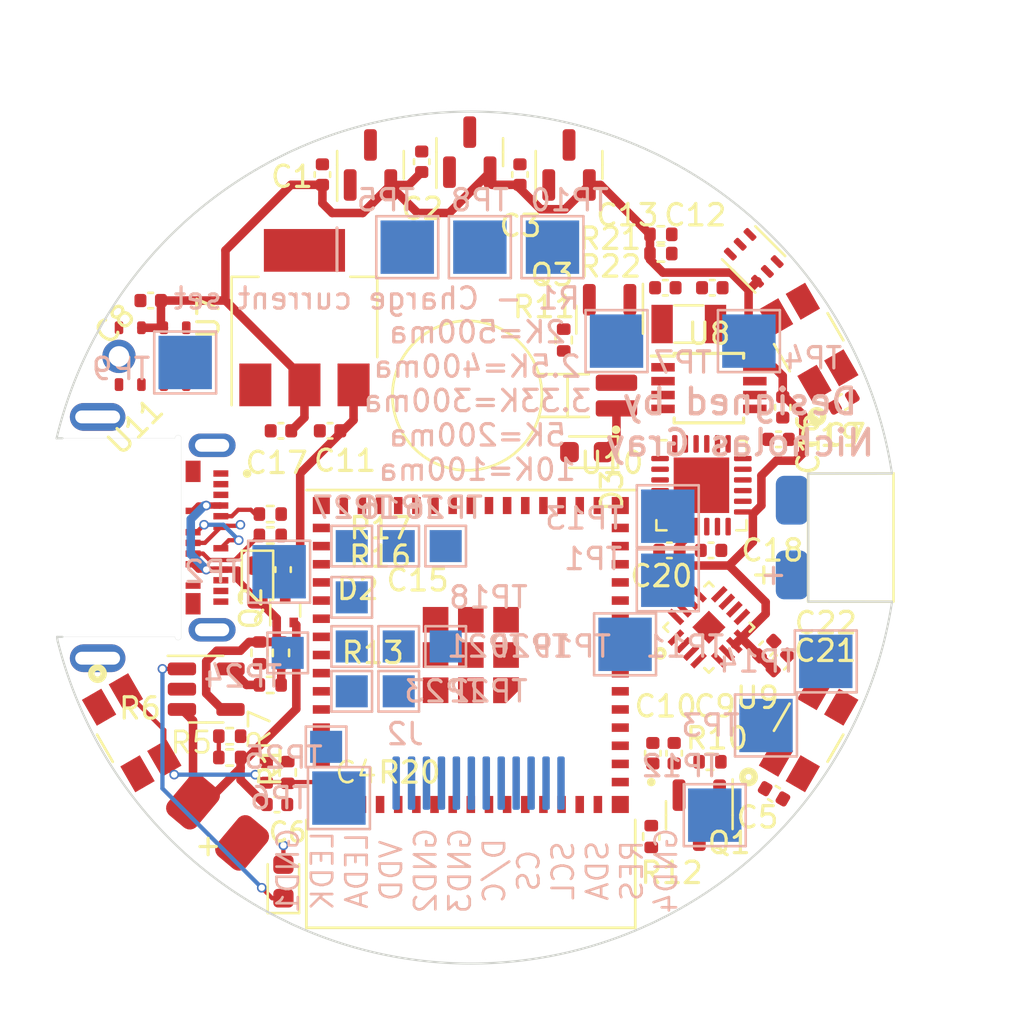
<source format=kicad_pcb>
(kicad_pcb (version 20211014) (generator pcbnew)
  (layers (0 "F.Cu" signal) (31 "B.Cu" signal) (34 "B.Paste" user) (35 "F.Paste" user) (36 "B.SilkS" user "B.Silkscreen") (37 "F.SilkS" user "F.Silkscreen") (38 "B.Mask" user) (39 "F.Mask" user) (44 "Edge.Cuts" user))
  (net 0 "")
  (net 1 "+3V3")
  (net 2 "GND")
  (net 3 "EN")
  (net 4 "IO0")
  (net 5 "+BATT")
  (net 6 "IO1")
  (net 7 "PSU")
  (net 8 "Net-(C12-Pad2)")
  (net 9 "Net-(C13-Pad1)")
  (net 10 "Net-(TP16-Pad1)")
  (net 11 "Net-(C18-Pad1)")
  (net 12 "Net-(C19-Pad2)")
  (net 13 "STAT")
  (net 14 "VCC_IN")
  (net 15 "CC1")
  (net 16 "D+")
  (net 17 "D-")
  (net 18 "CC2")
  (net 19 "Net-(TP18-Pad1)")
  (net 20 "Net-(LS1-Pad1)")
  (net 21 "Net-(LS1-Pad2)")
  (net 22 "Net-(Q1-Pad1)")
  (net 23 "Net-(Q1-Pad3)")
  (net 24 "Net-(R1-Pad2)")
  (net 25 "HES1")
  (net 26 "HES2")
  (net 27 "HES3")
  (net 28 "Battery")
  (net 29 "Net-(TP19-Pad1)")
  (net 30 "LED")
  (net 31 "Net-(J2-Pad2)")
  (net 32 "Net-(TP20-Pad1)")
  (net 33 "LRCLK{slash}WS")
  (net 34 "BCLK{slash}SCK")
  (net 35 "GAIN")
  (net 36 "DIN{slash}SD")
  (net 37 "SD")
  (net 38 "Net-(TP21-Pad1)")
  (net 39 "INT1")
  (net 40 "Net-(TP22-Pad1)")
  (net 41 "Net-(TP23-Pad1)")
  (net 42 "Net-(TP24-Pad1)")
  (net 43 "Net-(TP25-Pad1)")
  (net 44 "Net-(TP26-Pad1)")
  (net 45 "Net-(TP27-Pad1)")
  (net 51 "SCL")
  (net 53 "SDA")
  (net 66 "DC")
  (net 67 "CS")
  (net 68 "SCK")
  (net 69 "MOSI")
  (net 70 "RES")
  (net 71 "INT")
  (net 73 "Net-(Q3-Pad1)")
  (net 74 "HMotor")
  (net 75 "Net-(D3-Pad2)")
  (net 81 "Net-(D1-Pad2)")
  (footprint "Resistor_SMD:R_0402_1005Metric" (layer "F.Cu") (at 141.7 96.9 180)
    (fp_text reference "R1")
    (fp_text value "2.5K")
  )
  (footprint "Package_TO_SOT_SMD:SOT-23" (layer "F.Cu") (at 151.041608 71.95 90)
    (fp_text reference "U2" hide)
    (fp_text value "XC3202B183MR-G")
  )
  (footprint "Capacitor_SMD:C_0402_1005Metric" (layer "F.Cu") (at 164.941608 95.2 45)
    (fp_text reference "C22")
    (fp_text value "10uF")
  )
  (footprint "Capacitor_SMD:C_0402_1005Metric" (layer "F.Cu") (at 160.391608 90.6)
    (fp_text reference "C20")
    (fp_text value "0.1uF")
  )
  (footprint "Capacitor_SMD:C_0402_1005Metric" (layer "F.Cu") (at 142.3 91.5 90)
    (fp_text reference "C15")
    (fp_text value "1uF")
  )
  (footprint "Capacitor_SMD:C_0402_1005Metric" (layer "F.Cu") (at 165.591608 95.85 45)
    (fp_text reference "C21")
    (fp_text value "0.1uF")
  )
  (footprint "Resistor_SMD:R_0402_1005Metric" (layer "F.Cu") (at 159.541608 104 90)
    (fp_text reference "R12")
    (fp_text value "10")
  )
  (footprint "Package_TO_SOT_SMD:SOT-23" (layer "F.Cu") (at 157.591608 79.8 -90)
    (fp_text reference "Q3")
    (fp_text value "s8050")
  )
  (footprint "Capacitor_SMD:C_0402_1005Metric" (layer "F.Cu") (at 165.291608 102 -30)
    (fp_text reference "C5")
    (fp_text value "0.1uF")
  )
  (footprint "Capacitor_SMD:C_0402_1005Metric" (layer "F.Cu") (at 165.5 85.4 180)
    (fp_text reference "C19")
    (fp_text value "22nF")
  )
  (footprint "Resistor_SMD:R_0402_1005Metric" (layer "F.Cu") (at 141.7 88.9 180)
    (fp_text reference "R17")
    (fp_text value "5.1K")
  )
  (footprint "Capacitor_SMD:C_0402_1005Metric" (layer "F.Cu") (at 160.615192 100.1 -90)
    (fp_text reference "C9")
    (fp_text value "0.1uF")
  )
  (footprint "Capacitor_SMD:C_0402_1005Metric" (layer "F.Cu") (at 144.141608 73 90)
    (fp_text reference "C1")
    (fp_text value "0.1uF")
  )
  (footprint "Resistor_SMD:R_0402_1005Metric" (layer "F.Cu") (at 142.2 95.4 90)
    (fp_text reference "R13")
    (fp_text value "100K")
  )
  (footprint "OptoDevice:Lite-On_LTR-303ALS-01" (layer "F.Cu") (at 164.341608 76.9 135)
    (fp_text reference "U6" hide)
    (fp_text value "LTR-303ALS-01")
  )
  (footprint "Capacitor_SMD:C_0402_1005Metric" (layer "F.Cu") (at 165.7 83.9 90)
    (fp_text reference "C16")
    (fp_text value "0.1uF")
  )
  (footprint "Capacitor_SMD:C_0402_1005Metric" (layer "F.Cu") (at 148.791608 72.4 90)
    (fp_text reference "C2")
    (fp_text value "0.1uF")
  )
  (footprint "Capacitor_SMD:C_0402_1005Metric" (layer "F.Cu") (at 142.2 85)
    (fp_text reference "C17")
    (fp_text value "10uF")
  )
  (footprint "Package_TO_SOT_SMD:SOT-23" (layer "F.Cu") (at 161.791608 103 -90)
    (fp_text reference "Q1")
    (fp_text value "s8050")
  )
  (footprint "Capacitor_SMD:C_0402_1005Metric" (layer "F.Cu") (at 141.515192 101 90)
    (fp_text reference "C4")
    (fp_text value "0.1uF")
  )
  (footprint "Resistor_SMD:R_0402_1005Metric" (layer "F.Cu") (at 141.2 95.4 90)
    (fp_text reference "R7")
    (fp_text value "470")
  )
  (footprint "Crystal:Crystal_SMD_3215-2Pin_3.2x1.5mm" (layer "F.Cu") (at 161.3 80 180)
    (fp_text reference "Y1" hide)
    (fp_text value "32.768KHz")
  )
  (footprint "Capacitor_SMD:C_0402_1005Metric" (layer "F.Cu") (at 160.2 78.3)
    (fp_text reference "C13")
    (fp_text value "12pF")
  )
  (footprint "Resistor_SMD:R_0402_1005Metric" (layer "F.Cu") (at 141.7 89.9 180)
    (fp_text reference "R16")
    (fp_text value "5.1K")
  )
  (footprint "footprint:SW_EVQ-P7J01P" (layer "F.Cu") (at 166.91015 99.1375 60)
    (fp_text reference "SW2" hide)
    (fp_text value "SW_Push")
  )
  (footprint "Resistor_SMD:R_0402_1005Metric" (layer "F.Cu") (at 155.441608 80.75 90)
    (fp_text reference "R11")
    (fp_text value "1K")
  )
  (footprint "Capacitor_SMD:C_0402_1005Metric" (layer "F.Cu") (at 153.391608 73 90)
    (fp_text reference "C3")
    (fp_text value "0.1uF")
  )
  (footprint "Diode_SMD:D_0603_1608Metric" (layer "F.Cu") (at 156.5 86 180)
    (fp_text reference "D3")
    (fp_text value "SD0805S020S1R0")
  )
  (footprint "footprint:QFN50P300X300X80-17N" (layer "F.Cu") (at 162.241608 94.2 45)
    (fp_text reference "U9")
    (fp_text value "MAX98357AETE")
  )
  (footprint "footprint:XCVR_ESP32-S3-MINI-1-N8" (layer "F.Cu") (at 151.091608 95.5 180)
    (fp_text reference "U4" hide)
    (fp_text value "ESP32-S3-MINI-1-N8")
  )
  (footprint "Capacitor_SMD:C_0402_1005Metric" (layer "F.Cu") (at 159.615192 100.1 -90)
    (fp_text reference "C10")
    (fp_text value "22uF")
  )
  (footprint "footprint:Speaker6mm" (layer "F.Cu") (at 162.886608 90 -90)
    (fp_text reference "LS1" hide)
    (fp_text value "Speaker")
  )
  (footprint "Package_TO_SOT_SMD:SOT-223" (layer "F.Cu") (at 143.3 79.7 90)
    (fp_text reference "U7")
    (fp_text value "AZ1117-3.3")
  )
  (footprint "Capacitor_SMD:C_0402_1005Metric" (layer "F.Cu") (at 162.4 78.3)
    (fp_text reference "C12")
    (fp_text value "12pF")
  )
  (footprint "footprint:Batt" (layer "F.Cu") (at 137.429421 105.482283 -40)
    (fp_text reference "BT1" hide)
    (fp_text value "Battery")
  )
  (footprint "LED_SMD:LED_0603_1608Metric" (layer "F.Cu") (at 142.315192 106.1 90)
    (fp_text reference "D1" hide)
    (fp_text value "LED")
  )
  (footprint "Package_SO:TSSOP-8_3x3mm_P0.65mm" (layer "F.Cu") (at 162.241608 83)
    (fp_text reference "U8")
    (fp_text value "PCF8563TS")
  )
  (footprint "Capacitor_SMD:C_0402_1005Metric" (layer "F.Cu") (at 168.541608 83.65 30)
    (fp_text reference "C7")
    (fp_text value "0.1uF")
  )
  (footprint "Resistor_SMD:R_0402_1005Metric" (layer "F.Cu") (at 162.291608 100.5)
    (fp_text reference "R10")
    (fp_text value "1K")
  )
  (footprint "footprint:SW_EVQ-P7J01P" (layer "F.Cu") (at 135.210192 99.140565 -60)
    (fp_text reference "SW1" hide)
    (fp_text value "SW_Push")
  )
  (footprint "Package_TO_SOT_SMD:SOT-23-5" (layer "F.Cu") (at 138.7 97.1)
    (fp_text reference "U5" hide)
    (fp_text value "MCP73831T-2ATI/OT")
  )
  (footprint "Package_TO_SOT_SMD:SOT-723" (layer "F.Cu") (at 142.4 93.4 90)
    (fp_text reference "Q2")
    (fp_text value "CJ3139K")
  )
  (footprint "Package_TO_SOT_SMD:SOT-23" (layer "F.Cu") (at 155.691608 72.55 90)
    (fp_text reference "U3" hide)
    (fp_text value "XC3202B183MR-G")
  )
  (footprint "Package_DFN_QFN:QFN-24-1EP_4x4mm_P0.5mm_EP2.6x2.6mm" (layer "F.Cu") (at 161.891608 87.55)
    (fp_text reference "U10")
    (fp_text value "MPU6050")
  )
  (footprint "Resistor_SMD:R_0402_1005Metric" (layer "F.Cu") (at 159.991608 76.7)
    (fp_text reference "R22")
    (fp_text value "4.7K")
  )
  (footprint "Diode_SMD:D_0603_1608Metric" (layer "F.Cu") (at 141.1 92.1 -90)
    (fp_text reference "D2")
    (fp_text value "SD0805S020S1R0")
  )
  (footprint "footprint:SW_EVQ-P7J01P" (layer "F.Cu") (at 166.91374 80.853654 120)
    (fp_text reference "SW3" hide)
    (fp_text value "SW_Push")
  )
  (footprint "Capacitor_SMD:C_0402_1005Metric" (layer "F.Cu") (at 144.5 85)
    (fp_text reference "C11")
    (fp_text value "10uF")
  )
  (footprint "Resistor_SMD:R_0402_1005Metric" (layer "F.Cu") (at 139.8 100.3 180)
    (fp_text reference "R5")
    (fp_text value "442K")
  )
  (footprint "footprint:XDCR_C0720B001F" (layer "F.Cu") (at 152.891608 83.35 90)
    (fp_text reference "M1" hide)
    (fp_text value "HMotor")
  )
  (footprint "Package_TO_SOT_SMD:SOT-23" (layer "F.Cu") (at 146.391608 72.55 90)
    (fp_text reference "U1" hide)
    (fp_text value "XC3202B183MR-G")
  )
  (footprint "footprint:INMP441" (layer "F.Cu") (at 135.665 77.515 180)
    (fp_text reference "U11")
    (fp_text value "INMP441")
  )
  (footprint "Capacitor_SMD:C_0402_1005Metric" (layer "F.Cu") (at 142.015192 102.5)
    (fp_text reference "C6")
    (fp_text value "4.7uF")
  )
  (footprint "footprint:MOLEX_1054550101" (layer "F.Cu") (at 135.615192 90 -90)
    (fp_text reference "J1" hide)
    (fp_text value "1054550101")
    (fp_line (start -4.65 -1.92) (end 4.65 -1.92) (layer "Edge.Cuts") (width 0.01))
    (fp_line (start 4.65 3.65) (end 4.65 -1.62) (layer "Edge.Cuts") (width 0.01))
    (fp_line (start -4.65 3.65) (end -4.65 -1.62) (layer "Edge.Cuts") (width 0.01))
    (fp_arc (start 4.8 -1.77) (mid 4.756066 -1.663934) (end 4.65 -1.62) (layer "Edge.Cuts") (width 0.01))
    (fp_arc (start -4.8 -1.77) (mid -4.756066 -1.876066) (end -4.65 -1.92) (layer "Edge.Cuts") (width 0.01))
    (fp_arc (start -4.65 -1.62) (mid -4.756066 -1.663934) (end -4.8 -1.77) (layer "Edge.Cuts") (width 0.01))
    (fp_arc (start 4.65 -1.92) (mid 4.756066 -1.876066) (end 4.8 -1.77) (layer "Edge.Cuts") (width 0.01))
  )
  (footprint "Resistor_SMD:R_0402_1005Metric" (layer "F.Cu") (at 139.8 99.3)
    (fp_text reference "R6")
    (fp_text value "160K")
  )
  (footprint "Resistor_SMD:R_0402_1005Metric" (layer "F.Cu") (at 159.991608 75.8)
    (fp_text reference "R21")
    (fp_text value "4.7K")
  )
  (footprint "Resistor_SMD:R_0402_1005Metric" (layer "F.Cu") (at 142.515192 101 -90)
    (fp_text reference "R20")
    (fp_text value "10k")
  )
  (footprint "Capacitor_SMD:C_0402_1005Metric" (layer "F.Cu") (at 136.1 78.9)
    (fp_text reference "C8")
    (fp_text value "0.1uF")
  )
  (footprint "Capacitor_SMD:C_0402_1005Metric" (layer "F.Cu") (at 162.341608 90.6)
    (fp_text reference "C18")
    (fp_text value "0.1uF")
  )
  (footprint "TestPoint:TestPoint_Pad_2.5x2.5mm" (layer "B.Cu") (at 157.915192 80.8 180)
    (fp_text reference "TP7")
    (fp_text value "TestPoint")
  )
  (footprint "TestPoint:TestPoint_Pad_2.5x2.5mm" (layer "B.Cu") (at 154.915192 76.4 180)
    (fp_text reference "TP10")
    (fp_text value "TestPoint")
  )
  (footprint "TestPoint:TestPoint_Pad_2.5x2.5mm" (layer "B.Cu") (at 167.715192 95.8 180)
    (fp_text reference "TP14")
    (fp_text value "TestPoint")
  )
  (footprint "TestPoint:TestPoint_Pad_2.5x2.5mm" (layer "B.Cu") (at 160.315192 92 180)
    (fp_text reference "TP1")
    (fp_text value "TestPoint")
  )
  (footprint "TestPoint:TestPoint_Pad_2.5x2.5mm" (layer "B.Cu") (at 151.515192 76.4 180)
    (fp_text reference "TP8")
    (fp_text value "TestPoint")
  )
  (footprint "TestPoint:TestPoint_Pad_1.5x1.5mm" (layer "B.Cu") (at 147.715192 95.1 180)
    (fp_text reference "TP20")
    (fp_text value "TestPoint")
  )
  (footprint "TestPoint:TestPoint_Pad_1.5x1.5mm" (layer "B.Cu") (at 145.515192 95.1 180)
    (fp_text reference "TP21")
    (fp_text value "TestPoint")
  )
  (footprint "TestPoint:TestPoint_Pad_2.5x2.5mm" (layer "B.Cu") (at 142.115192 91.6 180)
    (fp_text reference "TP2")
    (fp_text value "TestPoint")
  )
  (footprint "TestPoint:TestPoint_Pad_1.5x1.5mm" (layer "B.Cu") (at 144.315192 99.8 180)
    (fp_text reference "TP25")
    (fp_text value "TestPoint")
  )
  (footprint "TestPoint:TestPoint_Pad_2.5x2.5mm" (layer "B.Cu") (at 162.515192 103 180)
    (fp_text reference "TP12")
    (fp_text value "TestPoint")
  )
  (footprint "TestPoint:TestPoint_Pad_2.5x2.5mm" (layer "B.Cu") (at 164.915192 98.8 180)
    (fp_text reference "TP3")
    (fp_text value "TestPoint")
  )
  (footprint "TestPoint:TestPoint_Pad_1.5x1.5mm" (layer "B.Cu") (at 149.915192 95.1 180)
    (fp_text reference "TP19")
    (fp_text value "TestPoint")
  )
  (footprint "TestPoint:TestPoint_Pad_1.5x1.5mm" (layer "B.Cu") (at 145.515192 90.4 180)
    (fp_text reference "TP27")
    (fp_text value "TestPoint")
  )
  (footprint "TestPoint:TestPoint_Pad_2.5x2.5mm" (layer "B.Cu") (at 148.115192 76.4 180)
    (fp_text reference "TP5")
    (fp_text value "TestPoint")
  )
  (footprint "TestPoint:TestPoint_Pad_1.5x1.5mm" (layer "B.Cu") (at 149.915192 90.4 180)
    (fp_text reference "TP26")
    (fp_text value "TestPoint")
  )
  (footprint "TestPoint:TestPoint_Pad_1.5x1.5mm" (layer "B.Cu") (at 142.515192 95.4 180)
    (fp_text reference "TP24")
    (fp_text value "TestPoint")
  )
  (footprint "TestPoint:TestPoint_Pad_1.5x1.5mm" (layer "B.Cu") (at 145.515192 92.8 180)
    (fp_text reference "TP18")
    (fp_text value "TestPoint")
  )
  (footprint "TestPoint:TestPoint_Pad_2.5x2.5mm" (layer "B.Cu") (at 144.915192 102.2 180)
    (fp_text reference "TP6")
    (fp_text value "TestPoint")
  )
  (footprint "TestPoint:TestPoint_Pad_2.5x2.5mm" (layer "B.Cu") (at 160.315192 89 180)
    (fp_text reference "TP13")
    (fp_text value "TestPoint")
  )
  (footprint "TestPoint:TestPoint_Pad_2.5x2.5mm" (layer "B.Cu") (at 158.315192 95 180)
    (fp_text reference "TP11")
    (fp_text value "TestPoint")
  )
  (footprint "TestPoint:TestPoint_Pad_1.5x1.5mm" (layer "B.Cu") (at 147.715192 90.4 180)
    (fp_text reference "TP16")
    (fp_text value "TestPoint")
  )
  (footprint "TestPoint:TestPoint_Pad_2.5x2.5mm" (layer "B.Cu") (at 164.115192 80.8 180)
    (fp_text reference "TP4")
    (fp_text value "TestPoint")
  )
  (footprint "TestPoint:TestPoint_Pad_1.5x1.5mm" (layer "B.Cu") (at 145.515192 97.2 180)
    (fp_text reference "TP23")
    (fp_text value "TestPoint")
  )
  (footprint "TestPoint:TestPoint_Pad_1.5x1.5mm" (layer "B.Cu") (at 147.715192 97.2 180)
    (fp_text reference "TP22")
    (fp_text value "TestPoint")
  )
  (footprint "TestPoint:TestPoint_Pad_2.5x2.5mm" (layer "B.Cu") (at 137.715192 81.8 180)
    (fp_text reference "TP9")
    (fp_text value "TestPoint")
  )
  (footprint "footprint:Circular Display connector" (layer "B.Cu") (at 149.715192 104.3 180)
    (fp_text reference "J2")
    (fp_text value "Display")
  )
  (gr_line (start 144.823584 77.5) (end 144.823584 75.5) (layer "B.SilkS") (width 0.15))
  (gr_line (start 166.891608 87) (end 166.891608 93) (layer "Edge.Cuts") (width 0.1))
  (gr_line (start 131.715192 94.65) (end 131.965192 94.65) (layer "Edge.Cuts") (width 0.1))
  (gr_line (start 131.691609 85.35) (end 131.965192 85.35) (layer "Edge.Cuts") (width 0.1))
  (gr_line (start 170.813733 86.996629) (end 166.891608 87) (layer "Edge.Cuts") (width 0.1))
  (gr_line (start 131.725192 94.75) (end 131.715192 94.65) (layer "Edge.Cuts") (width 0.1))
  (gr_line (start 131.743919 94.849421) (end 131.725192 94.75) (layer "Edge.Cuts") (width 0.1))
  (gr_line (start 170.81739 93.003927) (end 166.891608 93) (layer "Edge.Cuts") (width 0.1))
  (gr_arc (start 131.691609 85.35) (mid 151.930532 70.068145) (end 170.813733 86.996629) (layer "Edge.Cuts") (width 0.1))
  (gr_arc (start 170.81739 93.003927) (mid 152.036393 109.927439) (end 131.743919 94.849421) (layer "Edge.Cuts") (width 0.1))
  (gr_text "R1 - Charge current set\n" (at 146.689286 78.8) (layer "B.SilkS") (effects (font (size 1 1)) (justify mirror)))
  (gr_text "Designed by\nNicholas Gray\n" (at 163.689286 84.6) (layer "B.SilkS") (effects (font (size 1.2 1.2) (thickness 0.2)) (justify mirror)))
  (gr_text "GND1\nLEDK\nLEDA\nVDD\nGND2\nGND3\nD/C\nCS\nSCL\nSDA\nRES\nGND4\n" (at 151.389286 105.6 90) (layer "B.SilkS") (effects (font (size 1 1) (thickness 0.125)) (justify mirror)))
  (gr_text "+\n" (at 165.265702 91.7) (layer "B.SilkS") (effects (font (size 1 1)) (justify mirror)))
  (gr_text "2K=500ma\n2.5K=400ma\n3.33K=300ma\n5K=200ma\n10K=100ma" (at 151.389286 83.6) (layer "B.SilkS") (effects (font (size 1 1)) (justify mirror)))
  (gr_text "+\n\n" (at 138.789286 105.2) (layer "F.SilkS") (effects (font (size 1 1)) (justify mirror)))
  (segment (start 157.169108 73.4875) (end 159.481608 75.8) (width 0.4) (layer "F.Cu") (net 1))
  (segment (start 164.7 88.495002) (end 164.3 88.895002) (width 0.4) (layer "F.Cu") (net 1))
  (segment (start 161.141608 90.058392) (end 161.1 90.1) (width 0.2) (layer "F.Cu") (net 1))
  (segment (start 150.079108 74.8) (end 151.991608 72.8875) (width 0.4) (layer "F.Cu") (net 1))
  (segment (start 164.125 82.025) (end 164.1 82) (width 0.4) (layer "F.Cu") (net 1))
  (segment (start 157.911608 83.95) (end 157.911608 85.375892) (width 0.4) (layer "F.Cu") (net 1))
  (segment (start 166.65952 84.266524) (end 166.65952 86.04048) (width 0.4) (layer "F.Cu") (net 1))
  (segment (start 154.36399 74.62452) (end 155.504588 74.62452) (width 0.4) (layer "F.Cu") (net 1))
  (segment (start 136.715 80.175) (end 135.665 80.175) (width 0.4) (layer "F.Cu") (net 1))
  (segment (start 164.7 87.1) (end 164.7 88.495002) (width 0.4) (layer "F.Cu") (net 1))
  (segment (start 164.1 78.414401) (end 163.276079 77.59048) (width 0.4) (layer "F.Cu") (net 1))
  (segment (start 153.391608 73.652138) (end 154.36399 74.62452) (width 0.4) (layer "F.Cu") (net 1))
  (segment (start 165.4 86.4) (end 164.7 87.1) (width 0.4) (layer "F.Cu") (net 1))
  (segment (start 157.911608 85.375892) (end 157.2875 86) (width 0.4) (layer "F.Cu") (net 1))
  (segment (start 165.7 83.42) (end 165.7 82.43437) (width 0.4) (layer "F.Cu") (net 1))
  (segment (start 155.504588 74.62452) (end 156.641608 73.4875) (width 0.4) (layer "F.Cu") (net 1))
  (segment (start 160.871608 90.971608) (end 160.871608 90.6) (width 0.4) (layer "F.Cu") (net 1))
  (segment (start 160.871608 90.328392) (end 161.1 90.1) (width 0.4) (layer "F.Cu") (net 1))
  (segment (start 166.3 86.4) (end 165.4 86.4) (width 0.4) (layer "F.Cu") (net 1))
  (segment (start 139.6 78.9) (end 136.58 78.9) (width 0.4) (layer "F.Cu") (net 1))
  (segment (start 151.991608 73.391608) (end 152.08 73.48) (width 0.4) (layer "F.Cu") (net 1))
  (segment (start 143.3 82.85) (end 143.3 82.6) (width 0.4) (layer "F.Cu") (net 1))
  (segment (start 165.7 83.42) (end 165.812996 83.42) (width 0.4) (layer "F.Cu") (net 1))
  (segment (start 136.58 80.04) (end 136.715 80.175) (width 0.4) (layer "F.Cu") (net 1))
  (segment (start 165.7 82.43437) (end 165.29063 82.025) (width 0.4) (layer "F.Cu") (net 1))
  (segment (start 156.641608 73.4875) (end 157.169108 73.4875) (width 0.4) (layer "F.Cu") (net 1))
  (segment (start 165.29063 82.025) (end 164.391608 82.025) (width 0.4) (layer "F.Cu") (net 1))
  (segment (start 159.481608 75.8) (end 159.481608 76.7) (width 0.4) (layer "F.Cu") (net 1))
  (segment (start 164.9 93.024436) (end 163.185084 91.30952) (width 0.4) (layer "F.Cu") (net 1))
  (segment (start 139.6 76.550978) (end 142.670978 73.48) (width 0.4) (layer "F.Cu") (net 1))
  (segment (start 161.20952 91.30952) (end 160.871608 90.971608) (width 0.4) (layer "F.Cu") (net 1))
  (segment (start 163.786636 94.684368) (end 164.9 93.571004) (width 0.4) (layer "F.Cu") (net 1))
  (segment (start 148.6 74.8) (end 150.079108 74.8) (width 0.4) (layer "F.Cu") (net 1))
  (segment (start 153.391608 73.48) (end 153.391608 73.652138) (width 0.4) (layer "F.Cu") (net 1))
  (segment (start 163.786636 94.684368) (end 163.786636 94.684369) (width 0.4) (layer "F.Cu") (net 1))
  (segment (start 163.276079 77.59048) (end 160.09048 77.59048) (width 0.4) (layer "F.Cu") (net 1))
  (segment (start 163.786636 94.684369) (end 163.457493 95.013512) (width 0.4) (layer "F.Cu") (net 1))
  (segment (start 164.1 78.414401) (end 164.518385 77.996016) (width 0.4) (layer "F.Cu") (net 1))
  (segment (start 139.6 78.9) (end 139.6 76.550978) (width 0.4) (layer "F.Cu") (net 1))
  (segment (start 147.341608 73.4875) (end 148.184108 73.4875) (width 0.4) (layer "F.Cu") (net 1))
  (segment (start 160.871608 90.6) (end 160.871608 90.328392) (width 0.4) (layer "F.Cu") (net 1))
  (segment (start 151.991608 72.8875) (end 151.991608 73.391608) (width 0.4) (layer "F.Cu") (net 1))
  (segment (start 143.3 82.6) (end 139.6 78.9) (width 0.4) (layer "F.Cu") (net 1))
  (segment (start 144.6 74.8) (end 146.029108 74.8) (width 0.4) (layer "F.Cu") (net 1))
  (segment (start 161.141608 89.4875) (end 161.141608 90.058392) (width 0.2) (layer "F.Cu") (net 1))
  (segment (start 147.341608 73.4875) (end 147.341608 73.541608) (width 0.4) (layer "F.Cu") (net 1))
  (segment (start 136.58 78.9) (end 136.58 80.04) (width 0.4) (layer "F.Cu") (net 1))
  (segment (start 164.3 90.194604) (end 163.185084 91.30952) (width 0.4) (layer "F.Cu") (net 1))
  (segment (start 165.812996 83.42) (end 166.65952 84.266524) (width 0.4) (layer "F.Cu") (net 1))
  (segment (start 143.3 82.85) (end 143.3 84.38) (width 0.4) (layer "F.Cu") (net 1))
  (segment (start 147.341608 73.541608) (end 148.6 74.8) (width 0.4) (layer "F.Cu") (net 1))
  (segment (start 152.08 73.48) (end 153.391608 73.48) (width 0.4) (layer "F.Cu") (net 1))
  (segment (start 148.184108 73.4875) (end 148.791608 72.88) (width 0.4) (layer "F.Cu") (net 1))
  (segment (start 166.65952 86.04048) (end 166.3 86.4) (width 0.4) (layer "F.Cu") (net 1))
  (segment (start 144.141608 74.341608) (end 144.6 74.8) (width 0.4) (layer "F.Cu") (net 1))
  (segment (start 164.9 93.571004) (end 164.9 93.024436) (width 0.4) (layer "F.Cu") (net 1))
  (segment (start 163.786636 94.72385) (end 165.252197 96.189411) (width 0.4) (layer "F.Cu") (net 1))
  (segment (start 143.3 84.38) (end 142.68 85) (width 0.4) (layer "F.Cu") (net 1))
  (segment (start 164.391608 82.025) (end 164.125 82.025) (width 0.4) (layer "F.Cu") (net 1))
  (segment (start 144.141608 73.48) (end 144.141608 74.341608) (width 0.4) (layer "F.Cu") (net 1))
  (segment (start 142.670978 73.48) (end 144.141608 73.48) (width 0.4) (layer "F.Cu") (net 1))
  (segment (start 164.1 82) (end 164.1 78.414401) (width 0.4) (layer "F.Cu") (net 1))
  (segment (start 146.029108 74.8) (end 147.341608 73.4875) (width 0.4) (layer "F.Cu") (net 1))
  (segment (start 164.3 88.895002) (end 164.3 90.194604) (width 0.4) (layer "F.Cu") (net 1))
  (segment (start 159.481608 76.981608) (end 159.481608 76.7) (width 0.4) (layer "F.Cu") (net 1))
  (segment (start 163.185084 91.30952) (end 161.20952 91.30952) (width 0.4) (layer "F.Cu") (net 1))
  (segment (start 160.09048 77.59048) (end 159.481608 76.981608) (width 0.4) (layer "F.Cu") (net 1))
  (segment (start 163.786636 94.684368) (end 163.786636 94.72385) (width 0.4) (layer "F.Cu") (net 1))
  (segment (start 142.21 95.92) (end 142.2 95.91) (width 0.4) (layer "F.Cu") (net 2))
  (segment (start 142.21 96.9) (end 142.21 95.92) (width 0.4) (layer "F.Cu") (net 2))
  (segment (start 136.73806 100.336911) (end 136.73806 100.63806) (width 0.2) (layer "F.Cu") (net 3))
  (segment (start 136.73806 99.019219) (end 134.93806 97.219219) (width 0.2) (layer "F.Cu") (net 3))
  (segment (start 141.372625 101.48) (end 140.996758 101.104133) (width 0.2) (layer "F.Cu") (net 3))
  (segment (start 141.515192 101.48) (end 141.372625 101.48) (width 0.2) (layer "F.Cu") (net 3))
  (segment (start 136.73806 100.336911) (end 136.73806 99.019219) (width 0.2) (layer "F.Cu") (net 3))
  (segment (start 144.091608 101.45) (end 141.545192 101.45) (width 0.2) (layer "F.Cu") (net 3))
  (segment (start 136.73806 100.63806) (end 137.2 101.1) (width 0.2) (layer "F.Cu") (net 3))
  (segment (start 141.545192 101.45) (end 141.515192 101.48) (width 0.2) (layer "F.Cu") (net 3))
  (via (at 137.2 101.1) (size 0.45) (drill 0.3) (layers "F.Cu" "B.Cu") (net 3))
  (via (at 140.996758 101.104133) (size 0.45) (drill 0.3) (layers "F.Cu" "B.Cu") (net 3))
  (segment (start 137.204133 101.104133) (end 140.996758 101.104133) (width 0.2) (layer "B.Cu") (net 3))
  (segment (start 137.2 101.1) (end 137.204133 101.104133) (width 0.2) (layer "B.Cu") (net 3))
  (segment (start 140.31 101.347804) (end 140.31 100.79) (width 0.4) (layer "F.Cu") (net 5))
  (segment (start 138.082409 98.569909) (end 137.5625 98.05) (width 0.4) (layer "F.Cu") (net 5))
  (segment (start 138.729504 102.370496) (end 140.31 100.79) (width 0.4) (layer "F.Cu") (net 5))
  (segment (start 141.462196 102.5) (end 140.31 101.347804) (width 0.4) (layer "F.Cu") (net 5))
  (segment (start 138.082409 102.370496) (end 138.082409 98.569909) (width 0.4) (layer "F.Cu") (net 5))
  (segment (start 140.31 100.3) (end 140.645681 100.3) (width 0.4) (layer "F.Cu") (net 5))
  (segment (start 140.645681 100.3) (end 142.91952 98.026161) (width 0.4) (layer "F.Cu") (net 5))
  (segment (start 141.535192 102.5) (end 141.462196 102.5) (width 0.4) (layer "F.Cu") (net 5))
  (segment (start 140.31 100.79) (end 140.31 100.3) (width 0.4) (layer "F.Cu") (net 5))
  (segment (start 138.082409 102.370496) (end 138.729504 102.370496) (width 0.4) (layer "F.Cu") (net 5))
  (segment (start 142.91952 94.09452) (end 142.8 93.975) (width 0.4) (layer "F.Cu") (net 5))
  (segment (start 142.91952 98.026161) (end 142.91952 94.09452) (width 0.4) (layer "F.Cu") (net 5))
  (segment (start 143.1 86.992996) (end 144.98 85.112996) (width 0.4) (layer "F.Cu") (net 7))
  (segment (start 143.1 91.292996) (end 143.1 86.992996) (width 0.4) (layer "F.Cu") (net 7))
  (segment (start 142.4 92.08) (end 142.3 91.98) (width 0.4) (layer "F.Cu") (net 7))
  (segment (start 145.6 84.5) (end 145.6 82.85) (width 0.4) (layer "F.Cu") (net 7))
  (segment (start 144.98 85) (end 145.1 85) (width 0.4) (layer "F.Cu") (net 7))
  (segment (start 145.1 85) (end 145.6 84.5) (width 0.4) (layer "F.Cu") (net 7))
  (segment (start 141.7675 91.98) (end 141.1 91.3125) (width 0.4) (layer "F.Cu") (net 7))
  (segment (start 142.3 91.98) (end 142.412996 91.98) (width 0.4) (layer "F.Cu") (net 7))
  (segment (start 142.412996 91.98) (end 143.1 91.292996) (width 0.4) (layer "F.Cu") (net 7))
  (segment (start 142.3 91.98) (end 141.7675 91.98) (width 0.4) (layer "F.Cu") (net 7))
  (segment (start 144.98 85.112996) (end 144.98 85) (width 0.4) (layer "F.Cu") (net 7))
  (segment (start 142.4 92.825) (end 142.4 92.08) (width 0.4) (layer "F.Cu") (net 7))
  (segment (start 141.7875 106.8875) (end 141.3 106.4) (width 0.2) (layer "F.Cu") (net 13))
  (segment (start 142.315192 106.8875) (end 141.7875 106.8875) (width 0.2) (layer "F.Cu") (net 13))
  (segment (start 137.5625 96.15) (end 136.65 96.15) (width 0.2) (layer "F.Cu") (net 13))
  (via (at 136.65 96.15) (size 0.45) (drill 0.3) (layers "F.Cu" "B.Cu") (net 13))
  (via (at 141.3 106.4) (size 0.45) (drill 0.3) (layers "F.Cu" "B.Cu") (net 13))
  (segment (start 136.65 96.15) (end 136.65 101.75) (width 0.2) (layer "B.Cu") (net 13))
  (segment (start 136.65 101.75) (end 141.3 106.4) (width 0.2) (layer "B.Cu") (net 13))
  (segment (start 138.7 95.8) (end 139.2 95.3) (width 0.4) (layer "F.Cu") (net 14))
  (segment (start 138.7 88.5) (end 139.385192 88.5) (width 0.3) (layer "F.Cu") (net 14))
  (segment (start 142 93.7875) (end 141.1 92.8875) (width 0.4) (layer "F.Cu") (net 14))
  (segment (start 140.2 92) (end 141.0875 92.8875) (width 0.3) (layer "F.Cu") (net 14))
  (segment (start 138.085192 88.75) (end 138.335192 88.5) (width 0.3) (layer "F.Cu") (net 14))
  (segment (start 142 94.69) (end 142.2 94.89) (width 0.4) (layer "F.Cu") (net 14))
  (segment (start 142 93.975) (end 142 94.69) (width 0.4) (layer "F.Cu") (net 14))
  (segment (start 140.3 95.3) (end 140.71 94.89) (width 0.4) (layer "F.Cu") (net 14))
  (segment (start 139.385192 91.5) (end 138.335192 91.5) (width 0.3) (layer "F.Cu") (net 14))
  (segment (start 139.2 95.3) (end 140.3 95.3) (width 0.4) (layer "F.Cu") (net 14))
  (segment (start 139.385192 88.5) (end 139.334703 88.449511) (width 0.2) (layer "F.Cu") (net 14))
  (segment (start 139.385192 88.5) (end 139.334703 88.550489) (width 0.2) (layer "F.Cu") (net 14))
  (segment (start 141.2 94.89) (end 142.2 94.89) (width 0.4) (layer "F.Cu") (net 14))
  (segment (start 138.335192 91.5) (end 138.085192 91.25) (width 0.3) (layer "F.Cu") (net 14))
  (segment (start 139.45 98.05) (end 138.7 97.3) (width 0.4) (layer "F.Cu") (net 14))
  (segment (start 138.7 97.3) (end 138.7 95.8) (width 0.4) (layer "F.Cu") (net 14))
  (segment (start 142 93.975) (end 142 93.7875) (width 0.4) (layer "F.Cu") (net 14))
  (segment (start 140.2 91.515786) (end 140.2 92) (width 0.3) (layer "F.Cu") (net 14))
  (segment (start 139.385192 91.5) (end 140.184214 91.5) (width 0.3) (layer "F.Cu") (net 14))
  (segment (start 140.184214 91.5) (end 140.2 91.515786) (width 0.3) (layer "F.Cu") (net 14))
  (segment (start 139.8375 98.05) (end 139.45 98.05) (width 0.4) (layer "F.Cu") (net 14))
  (segment (start 138.335192 88.5) (end 138.7 88.5) (width 0.3) (layer "F.Cu") (net 14))
  (segment (start 140.71 94.89) (end 141.2 94.89) (width 0.4) (layer "F.Cu") (net 14))
  (segment (start 141.0875 92.8875) (end 141.1 92.8875) (width 0.3) (layer "F.Cu") (net 14))
  (via (at 138.7 88.5) (size 0.45) (drill 0.3) (layers "F.Cu" "B.Cu") (net 14))
  (via (at 138.7 91.5) (size 0.45) (drill 0.3) (layers "F.Cu" "B.Cu") (net 14))
  (segment (start 138.616807 88.5) (end 138.7 88.5) (width 0.4) (layer "B.Cu") (net 14))
  (segment (start 137.975489 89.141318) (end 138.616807 88.5) (width 0.4) (layer "B.Cu") (net 14))
  (segment (start 137.975489 90.775489) (end 137.975489 89.141318) (width 0.4) (layer "B.Cu") (net 14))
  (segment (start 138.7 91.5) (end 137.975489 90.775489) (width 0.4) (layer "B.Cu") (net 14))
  (segment (start 140.2 88.7) (end 140.79 88.7) (width 0.2) (layer "F.Cu") (net 15))
  (segment (start 139.9 89) (end 140.2 88.7) (width 0.2) (layer "F.Cu") (net 15))
  (segment (start 140.79 88.7) (end 140.99 88.9) (width 0.2) (layer "F.Cu") (net 15))
  (segment (start 139.385192 89) (end 139.9 89) (width 0.2) (layer "F.Cu") (net 15))
  (segment (start 138.085192 90.25) (end 138.635192 90.25) (width 0.2) (layer "F.Cu") (net 16))
  (segment (start 140.250489 89.449511) (end 140.3 89.4) (width 0.2) (layer "F.Cu") (net 16))
  (segment (start 138.635192 90.25) (end 139.435681 89.449511) (width 0.2) (layer "F.Cu") (net 16))
  (segment (start 139.435681 89.449511) (end 140.250489 89.449511) (width 0.2) (layer "F.Cu") (net 16))
  (via (at 140.3 89.4) (size 0.45) (drill 0.3) (layers "F.Cu" "B.Cu") (net 16))
  (segment (start 138.085192 89.75) (end 138.25 89.75) (width 0.2) (layer "F.Cu") (net 17))
  (segment (start 139.76107 90.124122) (end 139.385192 90.5) (width 0.2) (layer "F.Cu") (net 17))
  (segment (start 139.385192 90.5) (end 139.385192 90.485192) (width 0.2) (layer "F.Cu") (net 17))
  (segment (start 138.25 89.75) (end 138.6 89.4) (width 0.2) (layer "F.Cu") (net 17))
  (segment (start 140.224122 90.124122) (end 139.76107 90.124122) (width 0.2) (layer "F.Cu") (net 17))
  (via (at 138.6 89.4) (size 0.45) (drill 0.3) (layers "F.Cu" "B.Cu") (net 17))
  (via (at 140.224122 90.124122) (size 0.45) (drill 0.3) (layers "F.Cu" "B.Cu") (net 17))
  (segment (start 138.6 89.4) (end 139.5 89.4) (width 0.2) (layer "B.Cu") (net 17))
  (segment (start 139.5 89.4) (end 140.224122 90.124122) (width 0.2) (layer "B.Cu") (net 17))
  (segment (start 138.55 90.75) (end 138.85048 91.05048) (width 0.2) (layer "F.Cu") (net 18))
  (segment (start 140.03952 91.05048) (end 141.19 89.9) (width 0.2) (layer "F.Cu") (net 18))
  (segment (start 138.085192 90.75) (end 138.55 90.75) (width 0.2) (layer "F.Cu") (net 18))
  (segment (start 138.85048 91.05048) (end 140.03952 91.05048) (width 0.2) (layer "F.Cu") (net 18))
  (segment (start 140.5875 96.9) (end 141.19 96.9) (width 0.4) (layer "F.Cu") (net 24))
  (segment (start 139.8375 96.15) (end 140.5875 96.9) (width 0.4) (layer "F.Cu") (net 24))
  (segment (start 139.29 100.3) (end 139.29 99.3) (width 0.2) (layer "F.Cu") (net 28))
  (segment (start 142.315192 105.3125) (end 142.315192 104.415192) (width 0.2) (layer "F.Cu") (net 81))
  (segment (start 142.315192 104.415192) (end 142.3 104.4) (width 0.2) (layer "F.Cu") (net 81))
  (via (at 142.315192 104.415192) (size 0.45) (drill 0.3) (layers "F.Cu" "B.Cu") (net 81))
)
</source>
